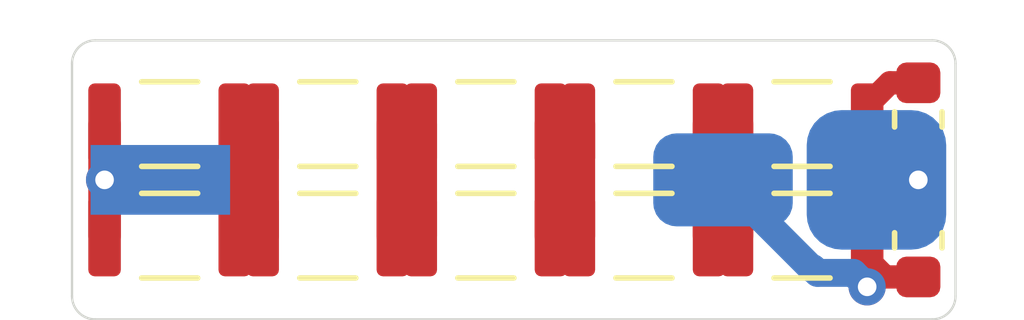
<source format=kicad_pcb>
(kicad_pcb (version 20171130) (host pcbnew 5.1.9-73d0e3b20d~88~ubuntu20.04.1)

  (general
    (thickness 1.6)
    (drawings 8)
    (tracks 37)
    (zones 0)
    (modules 15)
    (nets 8)
  )

  (page A4)
  (layers
    (0 F.Cu signal)
    (31 B.Cu signal)
    (32 B.Adhes user)
    (33 F.Adhes user)
    (34 B.Paste user)
    (35 F.Paste user)
    (36 B.SilkS user)
    (37 F.SilkS user)
    (38 B.Mask user)
    (39 F.Mask user)
    (40 Dwgs.User user)
    (41 Cmts.User user)
    (42 Eco1.User user)
    (43 Eco2.User user)
    (44 Edge.Cuts user)
    (45 Margin user)
    (46 B.CrtYd user)
    (47 F.CrtYd user)
    (48 B.Fab user)
    (49 F.Fab user)
  )

  (setup
    (last_trace_width 0.6)
    (user_trace_width 0.6)
    (user_trace_width 0.7)
    (user_trace_width 1)
    (trace_clearance 0.2)
    (zone_clearance 0.508)
    (zone_45_only no)
    (trace_min 0.2)
    (via_size 0.8)
    (via_drill 0.4)
    (via_min_size 0.4)
    (via_min_drill 0.3)
    (uvia_size 0.3)
    (uvia_drill 0.1)
    (uvias_allowed no)
    (uvia_min_size 0.2)
    (uvia_min_drill 0.1)
    (edge_width 0.05)
    (segment_width 0.2)
    (pcb_text_width 0.3)
    (pcb_text_size 1.5 1.5)
    (mod_edge_width 0.12)
    (mod_text_size 1 1)
    (mod_text_width 0.15)
    (pad_size 3 3)
    (pad_drill 0)
    (pad_to_mask_clearance 0)
    (aux_axis_origin 0 0)
    (visible_elements FFFFFF7F)
    (pcbplotparams
      (layerselection 0x010fc_ffffffff)
      (usegerberextensions false)
      (usegerberattributes true)
      (usegerberadvancedattributes true)
      (creategerberjobfile true)
      (excludeedgelayer true)
      (linewidth 0.100000)
      (plotframeref false)
      (viasonmask false)
      (mode 1)
      (useauxorigin false)
      (hpglpennumber 1)
      (hpglpenspeed 20)
      (hpglpendiameter 15.000000)
      (psnegative false)
      (psa4output false)
      (plotreference true)
      (plotvalue true)
      (plotinvisibletext false)
      (padsonsilk false)
      (subtractmaskfromsilk false)
      (outputformat 1)
      (mirror false)
      (drillshape 1)
      (scaleselection 1)
      (outputdirectory ""))
  )

  (net 0 "")
  (net 1 "Net-(C1-Pad2)")
  (net 2 "Net-(C1-Pad1)")
  (net 3 "Net-(C2-Pad1)")
  (net 4 "Net-(C3-Pad1)")
  (net 5 GND)
  (net 6 "Net-(C4-Pad1)")
  (net 7 "Net-(C5-Pad1)")

  (net_class Default "This is the default net class."
    (clearance 0.2)
    (trace_width 0.5)
    (via_dia 0.8)
    (via_drill 0.4)
    (uvia_dia 0.3)
    (uvia_drill 0.1)
    (add_net GND)
    (add_net "Net-(C1-Pad1)")
    (add_net "Net-(C1-Pad2)")
    (add_net "Net-(C2-Pad1)")
    (add_net "Net-(C3-Pad1)")
    (add_net "Net-(C4-Pad1)")
    (add_net "Net-(C5-Pad1)")
  )

  (module oscilloscope-probes:SIMPLE_PAD (layer B.Cu) (tedit 60B7ACDF) (tstamp 60B6F968)
    (at 120.9 108 180)
    (path /60B636AB)
    (fp_text reference J1 (at 0 -1.905) (layer B.SilkS) hide
      (effects (font (size 1 1) (thickness 0.15)) (justify mirror))
    )
    (fp_text value Banana (at 0 1.905) (layer B.Fab) hide
      (effects (font (size 1 1) (thickness 0.15)) (justify mirror))
    )
    (pad 1 smd rect (at 0 0 180) (size 3 1.5) (layers B.Cu B.Paste B.Mask)
      (net 1 "Net-(C1-Pad2)"))
  )

  (module oscilloscope-probes:SIMPLE_PAD (layer B.Cu) (tedit 60B7ADF6) (tstamp 60B6DEC7)
    (at 136.3 108)
    (path /60B8E0A8)
    (fp_text reference J3 (at 0 -1.905) (layer B.SilkS) hide
      (effects (font (size 1 1) (thickness 0.15)) (justify mirror))
    )
    (fp_text value "Coax shield" (at 0 1.905) (layer B.Fab) hide
      (effects (font (size 1 1) (thickness 0.15)) (justify mirror))
    )
    (pad 1 smd roundrect (at 0 0) (size 3 3) (layers B.Cu B.Mask) (roundrect_rratio 0.25)
      (net 5 GND))
  )

  (module oscilloscope-probes:SIMPLE_PAD (layer B.Cu) (tedit 60B7ADC2) (tstamp 60B6DEC2)
    (at 133 108)
    (path /60B8DDDA)
    (fp_text reference J2 (at 0 -1.905) (layer B.SilkS) hide
      (effects (font (size 1 1) (thickness 0.15)) (justify mirror))
    )
    (fp_text value "Coax center" (at 0 1.905) (layer B.Fab) hide
      (effects (font (size 1 1) (thickness 0.15)) (justify mirror))
    )
    (pad 1 smd roundrect (at 0 0) (size 3 2) (layers B.Cu B.Mask) (roundrect_rratio 0.25)
      (net 7 "Net-(C5-Pad1)"))
  )

  (module oscilloscope-probes:Minimal1206 (layer F.Cu) (tedit 60B6502D) (tstamp 60B6D4F1)
    (at 134.7 109.2 180)
    (path /60B82DE2)
    (attr smd)
    (fp_text reference R5 (at 0 -1.82) (layer F.SilkS) hide
      (effects (font (size 1 1) (thickness 0.15)))
    )
    (fp_text value 10M (at 0 1.82) (layer F.Fab)
      (effects (font (size 1 1) (thickness 0.15)))
    )
    (fp_text user %R (at 0 0) (layer F.Fab)
      (effects (font (size 0.8 0.8) (thickness 0.12)))
    )
    (fp_line (start -1.6 0.8) (end -1.6 -0.8) (layer F.Fab) (width 0.1))
    (fp_line (start -1.6 -0.8) (end 1.6 -0.8) (layer F.Fab) (width 0.1))
    (fp_line (start 1.6 -0.8) (end 1.6 0.8) (layer F.Fab) (width 0.1))
    (fp_line (start 1.6 0.8) (end -1.6 0.8) (layer F.Fab) (width 0.1))
    (fp_line (start -0.602064 -0.91) (end 0.602064 -0.91) (layer F.SilkS) (width 0.12))
    (fp_line (start -0.602064 0.91) (end 0.602064 0.91) (layer F.SilkS) (width 0.12))
    (fp_line (start -1.75 1.12) (end -1.75 -1.12) (layer F.CrtYd) (width 0.05))
    (fp_line (start -1.75 -1.12) (end 1.75 -1.12) (layer F.CrtYd) (width 0.05))
    (fp_line (start 1.75 -1.12) (end 1.75 1.12) (layer F.CrtYd) (width 0.05))
    (fp_line (start 1.75 1.12) (end -1.75 1.12) (layer F.CrtYd) (width 0.05))
    (pad 2 smd roundrect (at 1.4 0 180) (size 0.7 1.75) (layers F.Cu F.Paste F.Mask) (roundrect_rratio 0.2)
      (net 6 "Net-(C4-Pad1)"))
    (pad 1 smd roundrect (at -1.4 0 180) (size 0.7 1.75) (layers F.Cu F.Paste F.Mask) (roundrect_rratio 0.2)
      (net 7 "Net-(C5-Pad1)"))
    (model ${KISYS3DMOD}/Capacitor_SMD.3dshapes/C_1206_3216Metric.wrl
      (at (xyz 0 0 0))
      (scale (xyz 1 1 1))
      (rotate (xyz 0 0 0))
    )
  )

  (module oscilloscope-probes:Minimal1206 (layer F.Cu) (tedit 60B6502D) (tstamp 60B6D4E0)
    (at 131.3 109.2 180)
    (path /60B8285A)
    (attr smd)
    (fp_text reference R4 (at 0 -1.82) (layer F.SilkS) hide
      (effects (font (size 1 1) (thickness 0.15)))
    )
    (fp_text value 10M (at 0 1.82) (layer F.Fab)
      (effects (font (size 1 1) (thickness 0.15)))
    )
    (fp_text user %R (at 0 0) (layer F.Fab)
      (effects (font (size 0.8 0.8) (thickness 0.12)))
    )
    (fp_line (start -1.6 0.8) (end -1.6 -0.8) (layer F.Fab) (width 0.1))
    (fp_line (start -1.6 -0.8) (end 1.6 -0.8) (layer F.Fab) (width 0.1))
    (fp_line (start 1.6 -0.8) (end 1.6 0.8) (layer F.Fab) (width 0.1))
    (fp_line (start 1.6 0.8) (end -1.6 0.8) (layer F.Fab) (width 0.1))
    (fp_line (start -0.602064 -0.91) (end 0.602064 -0.91) (layer F.SilkS) (width 0.12))
    (fp_line (start -0.602064 0.91) (end 0.602064 0.91) (layer F.SilkS) (width 0.12))
    (fp_line (start -1.75 1.12) (end -1.75 -1.12) (layer F.CrtYd) (width 0.05))
    (fp_line (start -1.75 -1.12) (end 1.75 -1.12) (layer F.CrtYd) (width 0.05))
    (fp_line (start 1.75 -1.12) (end 1.75 1.12) (layer F.CrtYd) (width 0.05))
    (fp_line (start 1.75 1.12) (end -1.75 1.12) (layer F.CrtYd) (width 0.05))
    (pad 2 smd roundrect (at 1.4 0 180) (size 0.7 1.75) (layers F.Cu F.Paste F.Mask) (roundrect_rratio 0.2)
      (net 4 "Net-(C3-Pad1)"))
    (pad 1 smd roundrect (at -1.4 0 180) (size 0.7 1.75) (layers F.Cu F.Paste F.Mask) (roundrect_rratio 0.2)
      (net 6 "Net-(C4-Pad1)"))
    (model ${KISYS3DMOD}/Capacitor_SMD.3dshapes/C_1206_3216Metric.wrl
      (at (xyz 0 0 0))
      (scale (xyz 1 1 1))
      (rotate (xyz 0 0 0))
    )
  )

  (module oscilloscope-probes:Minimal1206 (layer F.Cu) (tedit 60B6502D) (tstamp 60B6D4CF)
    (at 127.9 109.2 180)
    (path /60B82854)
    (attr smd)
    (fp_text reference R3 (at 0 -1.82) (layer F.SilkS) hide
      (effects (font (size 1 1) (thickness 0.15)))
    )
    (fp_text value 10M (at 0 1.82) (layer F.Fab)
      (effects (font (size 1 1) (thickness 0.15)))
    )
    (fp_text user %R (at 0 0) (layer F.Fab)
      (effects (font (size 0.8 0.8) (thickness 0.12)))
    )
    (fp_line (start -1.6 0.8) (end -1.6 -0.8) (layer F.Fab) (width 0.1))
    (fp_line (start -1.6 -0.8) (end 1.6 -0.8) (layer F.Fab) (width 0.1))
    (fp_line (start 1.6 -0.8) (end 1.6 0.8) (layer F.Fab) (width 0.1))
    (fp_line (start 1.6 0.8) (end -1.6 0.8) (layer F.Fab) (width 0.1))
    (fp_line (start -0.602064 -0.91) (end 0.602064 -0.91) (layer F.SilkS) (width 0.12))
    (fp_line (start -0.602064 0.91) (end 0.602064 0.91) (layer F.SilkS) (width 0.12))
    (fp_line (start -1.75 1.12) (end -1.75 -1.12) (layer F.CrtYd) (width 0.05))
    (fp_line (start -1.75 -1.12) (end 1.75 -1.12) (layer F.CrtYd) (width 0.05))
    (fp_line (start 1.75 -1.12) (end 1.75 1.12) (layer F.CrtYd) (width 0.05))
    (fp_line (start 1.75 1.12) (end -1.75 1.12) (layer F.CrtYd) (width 0.05))
    (pad 2 smd roundrect (at 1.4 0 180) (size 0.7 1.75) (layers F.Cu F.Paste F.Mask) (roundrect_rratio 0.2)
      (net 3 "Net-(C2-Pad1)"))
    (pad 1 smd roundrect (at -1.4 0 180) (size 0.7 1.75) (layers F.Cu F.Paste F.Mask) (roundrect_rratio 0.2)
      (net 4 "Net-(C3-Pad1)"))
    (model ${KISYS3DMOD}/Capacitor_SMD.3dshapes/C_1206_3216Metric.wrl
      (at (xyz 0 0 0))
      (scale (xyz 1 1 1))
      (rotate (xyz 0 0 0))
    )
  )

  (module oscilloscope-probes:Minimal1206 (layer F.Cu) (tedit 60B6502D) (tstamp 60B685DE)
    (at 124.5 109.2 180)
    (path /60B65004)
    (attr smd)
    (fp_text reference R2 (at 0 -1.82) (layer F.SilkS) hide
      (effects (font (size 1 1) (thickness 0.15)))
    )
    (fp_text value 10M (at 0 1.82) (layer F.Fab)
      (effects (font (size 1 1) (thickness 0.15)))
    )
    (fp_text user %R (at 0 0) (layer F.Fab)
      (effects (font (size 0.8 0.8) (thickness 0.12)))
    )
    (fp_line (start -1.6 0.8) (end -1.6 -0.8) (layer F.Fab) (width 0.1))
    (fp_line (start -1.6 -0.8) (end 1.6 -0.8) (layer F.Fab) (width 0.1))
    (fp_line (start 1.6 -0.8) (end 1.6 0.8) (layer F.Fab) (width 0.1))
    (fp_line (start 1.6 0.8) (end -1.6 0.8) (layer F.Fab) (width 0.1))
    (fp_line (start -0.602064 -0.91) (end 0.602064 -0.91) (layer F.SilkS) (width 0.12))
    (fp_line (start -0.602064 0.91) (end 0.602064 0.91) (layer F.SilkS) (width 0.12))
    (fp_line (start -1.75 1.12) (end -1.75 -1.12) (layer F.CrtYd) (width 0.05))
    (fp_line (start -1.75 -1.12) (end 1.75 -1.12) (layer F.CrtYd) (width 0.05))
    (fp_line (start 1.75 -1.12) (end 1.75 1.12) (layer F.CrtYd) (width 0.05))
    (fp_line (start 1.75 1.12) (end -1.75 1.12) (layer F.CrtYd) (width 0.05))
    (pad 2 smd roundrect (at 1.4 0 180) (size 0.7 1.75) (layers F.Cu F.Paste F.Mask) (roundrect_rratio 0.2)
      (net 2 "Net-(C1-Pad1)"))
    (pad 1 smd roundrect (at -1.4 0 180) (size 0.7 1.75) (layers F.Cu F.Paste F.Mask) (roundrect_rratio 0.2)
      (net 3 "Net-(C2-Pad1)"))
    (model ${KISYS3DMOD}/Capacitor_SMD.3dshapes/C_1206_3216Metric.wrl
      (at (xyz 0 0 0))
      (scale (xyz 1 1 1))
      (rotate (xyz 0 0 0))
    )
  )

  (module oscilloscope-probes:Minimal1206 (layer F.Cu) (tedit 60B6502D) (tstamp 60B685CD)
    (at 121.1 109.2 180)
    (path /60B64D14)
    (attr smd)
    (fp_text reference R1 (at 0 -0.3) (layer F.SilkS) hide
      (effects (font (size 1 1) (thickness 0.15)))
    )
    (fp_text value 10M (at 0 1.82) (layer F.Fab)
      (effects (font (size 1 1) (thickness 0.15)))
    )
    (fp_text user %R (at 0 0) (layer F.Fab)
      (effects (font (size 0.8 0.8) (thickness 0.12)))
    )
    (fp_line (start -1.6 0.8) (end -1.6 -0.8) (layer F.Fab) (width 0.1))
    (fp_line (start -1.6 -0.8) (end 1.6 -0.8) (layer F.Fab) (width 0.1))
    (fp_line (start 1.6 -0.8) (end 1.6 0.8) (layer F.Fab) (width 0.1))
    (fp_line (start 1.6 0.8) (end -1.6 0.8) (layer F.Fab) (width 0.1))
    (fp_line (start -0.602064 -0.91) (end 0.602064 -0.91) (layer F.SilkS) (width 0.12))
    (fp_line (start -0.602064 0.91) (end 0.602064 0.91) (layer F.SilkS) (width 0.12))
    (fp_line (start -1.75 1.12) (end -1.75 -1.12) (layer F.CrtYd) (width 0.05))
    (fp_line (start -1.75 -1.12) (end 1.75 -1.12) (layer F.CrtYd) (width 0.05))
    (fp_line (start 1.75 -1.12) (end 1.75 1.12) (layer F.CrtYd) (width 0.05))
    (fp_line (start 1.75 1.12) (end -1.75 1.12) (layer F.CrtYd) (width 0.05))
    (pad 2 smd roundrect (at 1.4 0 180) (size 0.7 1.75) (layers F.Cu F.Paste F.Mask) (roundrect_rratio 0.2)
      (net 1 "Net-(C1-Pad2)"))
    (pad 1 smd roundrect (at -1.4 0 180) (size 0.7 1.75) (layers F.Cu F.Paste F.Mask) (roundrect_rratio 0.2)
      (net 2 "Net-(C1-Pad1)"))
    (model ${KISYS3DMOD}/Capacitor_SMD.3dshapes/C_1206_3216Metric.wrl
      (at (xyz 0 0 0))
      (scale (xyz 1 1 1))
      (rotate (xyz 0 0 0))
    )
  )

  (module oscilloscope-probes:Minimal1206 (layer F.Cu) (tedit 60B6502D) (tstamp 60B6F11F)
    (at 134.7 106.8 180)
    (path /60B82EDA)
    (attr smd)
    (fp_text reference C5 (at 0 -1.82) (layer F.SilkS) hide
      (effects (font (size 1 1) (thickness 0.15)))
    )
    (fp_text value "10pF 2kV" (at 0 1.82) (layer F.Fab)
      (effects (font (size 1 1) (thickness 0.15)))
    )
    (fp_text user %R (at 0 0) (layer F.Fab)
      (effects (font (size 0.8 0.8) (thickness 0.12)))
    )
    (fp_line (start -1.6 0.8) (end -1.6 -0.8) (layer F.Fab) (width 0.1))
    (fp_line (start -1.6 -0.8) (end 1.6 -0.8) (layer F.Fab) (width 0.1))
    (fp_line (start 1.6 -0.8) (end 1.6 0.8) (layer F.Fab) (width 0.1))
    (fp_line (start 1.6 0.8) (end -1.6 0.8) (layer F.Fab) (width 0.1))
    (fp_line (start -0.602064 -0.91) (end 0.602064 -0.91) (layer F.SilkS) (width 0.12))
    (fp_line (start -0.602064 0.91) (end 0.602064 0.91) (layer F.SilkS) (width 0.12))
    (fp_line (start -1.75 1.12) (end -1.75 -1.12) (layer F.CrtYd) (width 0.05))
    (fp_line (start -1.75 -1.12) (end 1.75 -1.12) (layer F.CrtYd) (width 0.05))
    (fp_line (start 1.75 -1.12) (end 1.75 1.12) (layer F.CrtYd) (width 0.05))
    (fp_line (start 1.75 1.12) (end -1.75 1.12) (layer F.CrtYd) (width 0.05))
    (pad 2 smd roundrect (at 1.4 0 180) (size 0.7 1.75) (layers F.Cu F.Paste F.Mask) (roundrect_rratio 0.2)
      (net 6 "Net-(C4-Pad1)"))
    (pad 1 smd roundrect (at -1.4 0 180) (size 0.7 1.75) (layers F.Cu F.Paste F.Mask) (roundrect_rratio 0.2)
      (net 7 "Net-(C5-Pad1)"))
    (model ${KISYS3DMOD}/Capacitor_SMD.3dshapes/C_1206_3216Metric.wrl
      (at (xyz 0 0 0))
      (scale (xyz 1 1 1))
      (rotate (xyz 0 0 0))
    )
  )

  (module oscilloscope-probes:Minimal1206 (layer F.Cu) (tedit 60B6502D) (tstamp 60B6F0EF)
    (at 131.3 106.8 180)
    (path /60B82866)
    (attr smd)
    (fp_text reference C4 (at 0 -1.82) (layer F.SilkS) hide
      (effects (font (size 1 1) (thickness 0.15)))
    )
    (fp_text value "10pF 2kV" (at 0 1.82) (layer F.Fab)
      (effects (font (size 1 1) (thickness 0.15)))
    )
    (fp_text user %R (at 0 0) (layer F.Fab)
      (effects (font (size 0.8 0.8) (thickness 0.12)))
    )
    (fp_line (start -1.6 0.8) (end -1.6 -0.8) (layer F.Fab) (width 0.1))
    (fp_line (start -1.6 -0.8) (end 1.6 -0.8) (layer F.Fab) (width 0.1))
    (fp_line (start 1.6 -0.8) (end 1.6 0.8) (layer F.Fab) (width 0.1))
    (fp_line (start 1.6 0.8) (end -1.6 0.8) (layer F.Fab) (width 0.1))
    (fp_line (start -0.602064 -0.91) (end 0.602064 -0.91) (layer F.SilkS) (width 0.12))
    (fp_line (start -0.602064 0.91) (end 0.602064 0.91) (layer F.SilkS) (width 0.12))
    (fp_line (start -1.75 1.12) (end -1.75 -1.12) (layer F.CrtYd) (width 0.05))
    (fp_line (start -1.75 -1.12) (end 1.75 -1.12) (layer F.CrtYd) (width 0.05))
    (fp_line (start 1.75 -1.12) (end 1.75 1.12) (layer F.CrtYd) (width 0.05))
    (fp_line (start 1.75 1.12) (end -1.75 1.12) (layer F.CrtYd) (width 0.05))
    (pad 2 smd roundrect (at 1.4 0 180) (size 0.7 1.75) (layers F.Cu F.Paste F.Mask) (roundrect_rratio 0.2)
      (net 4 "Net-(C3-Pad1)"))
    (pad 1 smd roundrect (at -1.4 0 180) (size 0.7 1.75) (layers F.Cu F.Paste F.Mask) (roundrect_rratio 0.2)
      (net 6 "Net-(C4-Pad1)"))
    (model ${KISYS3DMOD}/Capacitor_SMD.3dshapes/C_1206_3216Metric.wrl
      (at (xyz 0 0 0))
      (scale (xyz 1 1 1))
      (rotate (xyz 0 0 0))
    )
  )

  (module oscilloscope-probes:Minimal1206 (layer F.Cu) (tedit 60B6502D) (tstamp 60B6F17F)
    (at 127.9 106.8 180)
    (path /60B82860)
    (attr smd)
    (fp_text reference C3 (at 0 -1.82) (layer F.SilkS) hide
      (effects (font (size 1 1) (thickness 0.15)))
    )
    (fp_text value "10pF 2kV" (at 0 1.82) (layer F.Fab)
      (effects (font (size 1 1) (thickness 0.15)))
    )
    (fp_text user %R (at 0 0) (layer F.Fab)
      (effects (font (size 0.8 0.8) (thickness 0.12)))
    )
    (fp_line (start -1.6 0.8) (end -1.6 -0.8) (layer F.Fab) (width 0.1))
    (fp_line (start -1.6 -0.8) (end 1.6 -0.8) (layer F.Fab) (width 0.1))
    (fp_line (start 1.6 -0.8) (end 1.6 0.8) (layer F.Fab) (width 0.1))
    (fp_line (start 1.6 0.8) (end -1.6 0.8) (layer F.Fab) (width 0.1))
    (fp_line (start -0.602064 -0.91) (end 0.602064 -0.91) (layer F.SilkS) (width 0.12))
    (fp_line (start -0.602064 0.91) (end 0.602064 0.91) (layer F.SilkS) (width 0.12))
    (fp_line (start -1.75 1.12) (end -1.75 -1.12) (layer F.CrtYd) (width 0.05))
    (fp_line (start -1.75 -1.12) (end 1.75 -1.12) (layer F.CrtYd) (width 0.05))
    (fp_line (start 1.75 -1.12) (end 1.75 1.12) (layer F.CrtYd) (width 0.05))
    (fp_line (start 1.75 1.12) (end -1.75 1.12) (layer F.CrtYd) (width 0.05))
    (pad 2 smd roundrect (at 1.4 0 180) (size 0.7 1.75) (layers F.Cu F.Paste F.Mask) (roundrect_rratio 0.2)
      (net 3 "Net-(C2-Pad1)"))
    (pad 1 smd roundrect (at -1.4 0 180) (size 0.7 1.75) (layers F.Cu F.Paste F.Mask) (roundrect_rratio 0.2)
      (net 4 "Net-(C3-Pad1)"))
    (model ${KISYS3DMOD}/Capacitor_SMD.3dshapes/C_1206_3216Metric.wrl
      (at (xyz 0 0 0))
      (scale (xyz 1 1 1))
      (rotate (xyz 0 0 0))
    )
  )

  (module oscilloscope-probes:Minimal1206 (layer F.Cu) (tedit 60B6502D) (tstamp 60B6F14F)
    (at 124.5 106.8 180)
    (path /60B77903)
    (attr smd)
    (fp_text reference C2 (at 0 -1.82) (layer F.SilkS) hide
      (effects (font (size 1 1) (thickness 0.15)))
    )
    (fp_text value "10pF 2kV" (at 0 1.82) (layer F.Fab)
      (effects (font (size 1 1) (thickness 0.15)))
    )
    (fp_text user %R (at 0 0) (layer F.Fab)
      (effects (font (size 0.8 0.8) (thickness 0.12)))
    )
    (fp_line (start -1.6 0.8) (end -1.6 -0.8) (layer F.Fab) (width 0.1))
    (fp_line (start -1.6 -0.8) (end 1.6 -0.8) (layer F.Fab) (width 0.1))
    (fp_line (start 1.6 -0.8) (end 1.6 0.8) (layer F.Fab) (width 0.1))
    (fp_line (start 1.6 0.8) (end -1.6 0.8) (layer F.Fab) (width 0.1))
    (fp_line (start -0.602064 -0.91) (end 0.602064 -0.91) (layer F.SilkS) (width 0.12))
    (fp_line (start -0.602064 0.91) (end 0.602064 0.91) (layer F.SilkS) (width 0.12))
    (fp_line (start -1.75 1.12) (end -1.75 -1.12) (layer F.CrtYd) (width 0.05))
    (fp_line (start -1.75 -1.12) (end 1.75 -1.12) (layer F.CrtYd) (width 0.05))
    (fp_line (start 1.75 -1.12) (end 1.75 1.12) (layer F.CrtYd) (width 0.05))
    (fp_line (start 1.75 1.12) (end -1.75 1.12) (layer F.CrtYd) (width 0.05))
    (pad 2 smd roundrect (at 1.4 0 180) (size 0.7 1.75) (layers F.Cu F.Paste F.Mask) (roundrect_rratio 0.2)
      (net 2 "Net-(C1-Pad1)"))
    (pad 1 smd roundrect (at -1.4 0 180) (size 0.7 1.75) (layers F.Cu F.Paste F.Mask) (roundrect_rratio 0.2)
      (net 3 "Net-(C2-Pad1)"))
    (model ${KISYS3DMOD}/Capacitor_SMD.3dshapes/C_1206_3216Metric.wrl
      (at (xyz 0 0 0))
      (scale (xyz 1 1 1))
      (rotate (xyz 0 0 0))
    )
  )

  (module oscilloscope-probes:Minimal1206 (layer F.Cu) (tedit 60B6502D) (tstamp 60B6F1AF)
    (at 121.1 106.8 180)
    (path /60B77076)
    (attr smd)
    (fp_text reference C1 (at 0 -0.2) (layer F.SilkS) hide
      (effects (font (size 1 1) (thickness 0.15)))
    )
    (fp_text value "10pF 2kV" (at 0 1.82) (layer F.Fab)
      (effects (font (size 1 1) (thickness 0.15)))
    )
    (fp_text user %R (at 0 0) (layer F.Fab)
      (effects (font (size 0.8 0.8) (thickness 0.12)))
    )
    (fp_line (start -1.6 0.8) (end -1.6 -0.8) (layer F.Fab) (width 0.1))
    (fp_line (start -1.6 -0.8) (end 1.6 -0.8) (layer F.Fab) (width 0.1))
    (fp_line (start 1.6 -0.8) (end 1.6 0.8) (layer F.Fab) (width 0.1))
    (fp_line (start 1.6 0.8) (end -1.6 0.8) (layer F.Fab) (width 0.1))
    (fp_line (start -0.602064 -0.91) (end 0.602064 -0.91) (layer F.SilkS) (width 0.12))
    (fp_line (start -0.602064 0.91) (end 0.602064 0.91) (layer F.SilkS) (width 0.12))
    (fp_line (start -1.75 1.12) (end -1.75 -1.12) (layer F.CrtYd) (width 0.05))
    (fp_line (start -1.75 -1.12) (end 1.75 -1.12) (layer F.CrtYd) (width 0.05))
    (fp_line (start 1.75 -1.12) (end 1.75 1.12) (layer F.CrtYd) (width 0.05))
    (fp_line (start 1.75 1.12) (end -1.75 1.12) (layer F.CrtYd) (width 0.05))
    (pad 2 smd roundrect (at 1.4 0 180) (size 0.7 1.75) (layers F.Cu F.Paste F.Mask) (roundrect_rratio 0.2)
      (net 1 "Net-(C1-Pad2)"))
    (pad 1 smd roundrect (at -1.4 0 180) (size 0.7 1.75) (layers F.Cu F.Paste F.Mask) (roundrect_rratio 0.2)
      (net 2 "Net-(C1-Pad1)"))
    (model ${KISYS3DMOD}/Capacitor_SMD.3dshapes/C_1206_3216Metric.wrl
      (at (xyz 0 0 0))
      (scale (xyz 1 1 1))
      (rotate (xyz 0 0 0))
    )
  )

  (module Resistor_SMD:R_0603_1608Metric (layer F.Cu) (tedit 5B301BBD) (tstamp 60B6FB9A)
    (at 137.2 106.7 90)
    (descr "Resistor SMD 0603 (1608 Metric), square (rectangular) end terminal, IPC_7351 nominal, (Body size source: http://www.tortai-tech.com/upload/download/2011102023233369053.pdf), generated with kicad-footprint-generator")
    (tags resistor)
    (path /60B6842C)
    (attr smd)
    (fp_text reference R6 (at 0 -1.43 90) (layer F.SilkS) hide
      (effects (font (size 1 1) (thickness 0.15)))
    )
    (fp_text value 499k (at 0 1.43 90) (layer F.Fab)
      (effects (font (size 1 1) (thickness 0.15)))
    )
    (fp_text user %R (at 0 0 90) (layer F.Fab)
      (effects (font (size 0.4 0.4) (thickness 0.06)))
    )
    (fp_line (start -0.8 0.4) (end -0.8 -0.4) (layer F.Fab) (width 0.1))
    (fp_line (start -0.8 -0.4) (end 0.8 -0.4) (layer F.Fab) (width 0.1))
    (fp_line (start 0.8 -0.4) (end 0.8 0.4) (layer F.Fab) (width 0.1))
    (fp_line (start 0.8 0.4) (end -0.8 0.4) (layer F.Fab) (width 0.1))
    (fp_line (start -0.162779 -0.51) (end 0.162779 -0.51) (layer F.SilkS) (width 0.12))
    (fp_line (start -0.162779 0.51) (end 0.162779 0.51) (layer F.SilkS) (width 0.12))
    (fp_line (start -1.48 0.73) (end -1.48 -0.73) (layer F.CrtYd) (width 0.05))
    (fp_line (start -1.48 -0.73) (end 1.48 -0.73) (layer F.CrtYd) (width 0.05))
    (fp_line (start 1.48 -0.73) (end 1.48 0.73) (layer F.CrtYd) (width 0.05))
    (fp_line (start 1.48 0.73) (end -1.48 0.73) (layer F.CrtYd) (width 0.05))
    (pad 2 smd roundrect (at 0.7875 0 90) (size 0.875 0.95) (layers F.Cu F.Paste F.Mask) (roundrect_rratio 0.25)
      (net 7 "Net-(C5-Pad1)"))
    (pad 1 smd roundrect (at -0.7875 0 90) (size 0.875 0.95) (layers F.Cu F.Paste F.Mask) (roundrect_rratio 0.25)
      (net 5 GND))
    (model ${KISYS3DMOD}/Resistor_SMD.3dshapes/R_0603_1608Metric.wrl
      (at (xyz 0 0 0))
      (scale (xyz 1 1 1))
      (rotate (xyz 0 0 0))
    )
  )

  (module Capacitor_SMD:C_0603_1608Metric (layer F.Cu) (tedit 5B301BBE) (tstamp 60B6FB08)
    (at 137.2 109.3 270)
    (descr "Capacitor SMD 0603 (1608 Metric), square (rectangular) end terminal, IPC_7351 nominal, (Body size source: http://www.tortai-tech.com/upload/download/2011102023233369053.pdf), generated with kicad-footprint-generator")
    (tags capacitor)
    (path /60B67038)
    (attr smd)
    (fp_text reference C6 (at 0 -1.43 90) (layer F.SilkS) hide
      (effects (font (size 1 1) (thickness 0.15)))
    )
    (fp_text value N/A (at 0 1.43 90) (layer F.Fab)
      (effects (font (size 1 1) (thickness 0.15)))
    )
    (fp_text user %R (at 0 0 90) (layer F.Fab)
      (effects (font (size 0.4 0.4) (thickness 0.06)))
    )
    (fp_line (start -0.8 0.4) (end -0.8 -0.4) (layer F.Fab) (width 0.1))
    (fp_line (start -0.8 -0.4) (end 0.8 -0.4) (layer F.Fab) (width 0.1))
    (fp_line (start 0.8 -0.4) (end 0.8 0.4) (layer F.Fab) (width 0.1))
    (fp_line (start 0.8 0.4) (end -0.8 0.4) (layer F.Fab) (width 0.1))
    (fp_line (start -0.162779 -0.51) (end 0.162779 -0.51) (layer F.SilkS) (width 0.12))
    (fp_line (start -0.162779 0.51) (end 0.162779 0.51) (layer F.SilkS) (width 0.12))
    (fp_line (start -1.48 0.73) (end -1.48 -0.73) (layer F.CrtYd) (width 0.05))
    (fp_line (start -1.48 -0.73) (end 1.48 -0.73) (layer F.CrtYd) (width 0.05))
    (fp_line (start 1.48 -0.73) (end 1.48 0.73) (layer F.CrtYd) (width 0.05))
    (fp_line (start 1.48 0.73) (end -1.48 0.73) (layer F.CrtYd) (width 0.05))
    (pad 2 smd roundrect (at 0.7875 0 270) (size 0.875 0.95) (layers F.Cu F.Paste F.Mask) (roundrect_rratio 0.25)
      (net 7 "Net-(C5-Pad1)"))
    (pad 1 smd roundrect (at -0.7875 0 270) (size 0.875 0.95) (layers F.Cu F.Paste F.Mask) (roundrect_rratio 0.25)
      (net 5 GND))
    (model ${KISYS3DMOD}/Capacitor_SMD.3dshapes/C_0603_1608Metric.wrl
      (at (xyz 0 0 0))
      (scale (xyz 1 1 1))
      (rotate (xyz 0 0 0))
    )
  )

  (gr_arc (start 137.5 105.5) (end 138 105.5) (angle -90) (layer Edge.Cuts) (width 0.05) (tstamp 60B7B644))
  (gr_arc (start 137.5 110.5) (end 137.5 111) (angle -90) (layer Edge.Cuts) (width 0.05) (tstamp 60B7B63C))
  (gr_arc (start 119.5 110.5) (end 119 110.5) (angle -90) (layer Edge.Cuts) (width 0.05) (tstamp 60B7B634))
  (gr_arc (start 119.5 105.5) (end 119.5 105) (angle -90) (layer Edge.Cuts) (width 0.05))
  (gr_line (start 137.5 105) (end 119.5 105) (layer Edge.Cuts) (width 0.05) (tstamp 60B6E031))
  (gr_line (start 138 110.5) (end 138 105.5) (layer Edge.Cuts) (width 0.05))
  (gr_line (start 119.5 111) (end 137.5 111) (layer Edge.Cuts) (width 0.05))
  (gr_line (start 119 105.5) (end 119 110.5) (layer Edge.Cuts) (width 0.05))

  (via (at 119.7 108) (size 0.8) (drill 0.4) (layers F.Cu B.Cu) (net 1))
  (segment (start 119.7 106.8) (end 119.7 108) (width 0.5) (layer F.Cu) (net 1))
  (segment (start 119.7 108) (end 119.7 109.2) (width 0.5) (layer F.Cu) (net 1))
  (segment (start 119.7 109.2) (end 119.7 106.8) (width 0.7) (layer F.Cu) (net 1))
  (segment (start 123.1 106.8) (end 122.5 106.8) (width 0.5) (layer F.Cu) (net 2))
  (segment (start 122.5 109.2) (end 123.1 109.2) (width 0.5) (layer F.Cu) (net 2))
  (segment (start 123.1 109.2) (end 123.1 106.8) (width 0.7) (layer F.Cu) (net 2))
  (segment (start 122.5 106.8) (end 122.5 109.2) (width 0.7) (layer F.Cu) (net 2))
  (segment (start 126.5 109.2) (end 125.9 109.2) (width 0.5) (layer F.Cu) (net 3))
  (segment (start 126.5 106.8) (end 125.9 106.8) (width 0.5) (layer F.Cu) (net 3))
  (segment (start 126.5 109.2) (end 126.5 106.8) (width 0.7) (layer F.Cu) (net 3))
  (segment (start 125.9 106.8) (end 125.9 109.2) (width 0.7) (layer F.Cu) (net 3))
  (segment (start 129.3 109.2) (end 129.9 109.2) (width 0.5) (layer F.Cu) (net 4))
  (segment (start 129.9 106.8) (end 129.3 106.8) (width 0.5) (layer F.Cu) (net 4))
  (segment (start 129.3 106.8) (end 129.3 109.2) (width 0.7) (layer F.Cu) (net 4))
  (segment (start 129.9 109.2) (end 129.9 106.8) (width 0.7) (layer F.Cu) (net 4))
  (segment (start 137.2 108.5125) (end 137.2 107.4875) (width 0.5) (layer F.Cu) (net 5))
  (via (at 137.2 108) (size 0.8) (drill 0.4) (layers F.Cu B.Cu) (net 5))
  (segment (start 132.7 109.2) (end 133.3 109.2) (width 0.5) (layer F.Cu) (net 6))
  (segment (start 133.3 106.8) (end 132.7 106.8) (width 0.5) (layer F.Cu) (net 6))
  (segment (start 132.7 106.8) (end 132.7 109.2) (width 0.7) (layer F.Cu) (net 6))
  (segment (start 133.3 109.2) (end 133.3 106.8) (width 0.7) (layer F.Cu) (net 6))
  (segment (start 136.1 109.7) (end 136.1 109.2) (width 0.5) (layer F.Cu) (net 7))
  (segment (start 136.4875 110.0875) (end 136.1 109.7) (width 0.5) (layer F.Cu) (net 7))
  (segment (start 137.2 110.0875) (end 136.4875 110.0875) (width 0.5) (layer F.Cu) (net 7))
  (segment (start 136.1 106.4) (end 136.1 106.8) (width 0.5) (layer F.Cu) (net 7))
  (segment (start 136.5875 105.9125) (end 136.1 106.4) (width 0.5) (layer F.Cu) (net 7))
  (segment (start 137.2 105.9125) (end 136.5875 105.9125) (width 0.5) (layer F.Cu) (net 7))
  (segment (start 136.1 106.8) (end 136.1 108) (width 0.7) (layer F.Cu) (net 7))
  (segment (start 136.1 108) (end 136.1 109.2) (width 0.7) (layer F.Cu) (net 7))
  (via (at 136.1 110.3) (size 0.8) (drill 0.4) (layers F.Cu B.Cu) (net 7))
  (segment (start 136.1 109.2) (end 136.1 110.3) (width 0.6) (layer F.Cu) (net 7))
  (segment (start 134.9 109.9) (end 133 108) (width 0.6) (layer B.Cu) (net 7))
  (segment (start 134.932218 109.9) (end 134.9 109.9) (width 0.6) (layer B.Cu) (net 7))
  (segment (start 135.032228 110.00001) (end 134.932218 109.9) (width 0.6) (layer B.Cu) (net 7))
  (segment (start 135.80001 110.00001) (end 135.032228 110.00001) (width 0.6) (layer B.Cu) (net 7))
  (segment (start 136.1 110.3) (end 135.80001 110.00001) (width 0.6) (layer B.Cu) (net 7))

)

</source>
